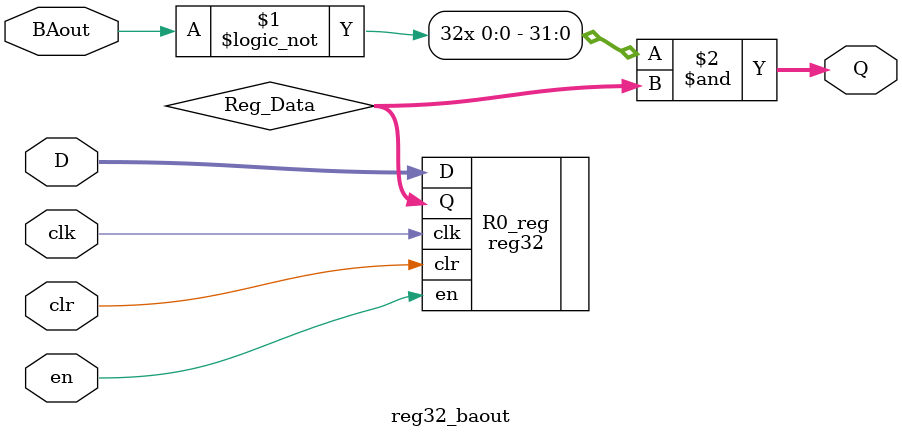
<source format=v>
`timescale 1ns / 10ps
module reg32_baout(
    input wire clr, clk, en, BAout,
    input wire [31:0] D,
    output wire [31:0] Q
);
    wire [31:0] Reg_Data;
    reg32 R0_reg (.clr(clr), .clk(clk), .en(en), .D(D), .Q(Reg_Data));
    assign Q = {32{!BAout}} & Reg_Data;
endmodule
</source>
